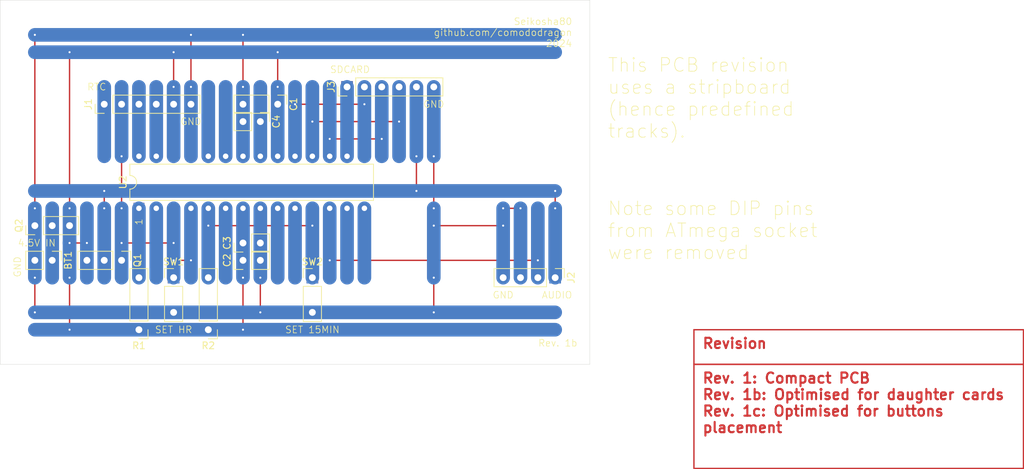
<source format=kicad_pcb>
(kicad_pcb (version 20240108) (generator "pcbnew") (generator_version "8.0")
  (title_block (title "Seikosha80 Westminster Chimer") (rev "1b") (comment 1 "/kicadproj/output.pdf for discrete schematic") (comment 2 "https://github.com/comododragon/seikosha80/blob/main/schematics_layouts/rev1") (comment 3 "See"))
  (layers (0 "F.Cu" signal) (31 "B.Cu" signal) (34 "B.Paste" user) (35 "F.Paste" user) (36 "B.SilkS" user "B.Silkscreen") (37 "F.SilkS" user "F.Silkscreen") (38 "B.Mask" user) (39 "F.Mask" user) (44 "Edge.Cuts" user))
  (net 0 "")
  (net 1 "GND")
  (net 2 "/+BATT")
  (net 3 "Net-(U2-Pin_21)")
  (net 4 "VCC")
  (net 5 "/SDA")
  (net 6 "/SCL")
  (net 7 "/SLEEP")
  (net 8 "/VIN")
  (net 9 "/MOSI")
  (net 10 "/MISO")
  (net 11 "/SCK")
  (net 12 "/CS")
  (net 13 "Net-(U2-Pin_1)")
  (net 14 "unconnected-(U2-Pin_9-Pad9)")
  (net 15 "unconnected-(U2-Pin_24-Pad24)")
  (net 16 "unconnected-(U2-Pin_2-Pad2)")
  (net 17 "unconnected-(U2-Pin_13-Pad13)")
  (net 18 "unconnected-(U2-Pin_10-Pad10)")
  (net 19 "unconnected-(U2-Pin_23-Pad23)")
  (net 20 "unconnected-(U2-Pin_14-Pad14)")
  (net 21 "unconnected-(U2-Pin_6-Pad6)")
  (net 22 "Net-(BT1-Pin_1)")
  (net 23 "unconnected-(J1-Pin_1-Pad1)")
  (net 24 "Net-(U2-Pin_5)")
  (footprint "Connector_PinHeader_2.54mm:PinHeader_1x03_P2.54mm_Vertical" (layer "F.Cu") (at 147.32 91.44 -90)
    (property "Reference" "C1" (at 0 -2.33 90) (layer "F.SilkS"))
    (property "Value" "100n")
    (fp_line (start -1.33 6.41) (end 1.33 6.41) (stroke (width 0.12)) (layer "F.SilkS"))
    (fp_line (start -1.33 1.27) (end -1.33 6.41) (stroke (width 0.12)) (layer "F.SilkS"))
    (fp_line (start -1.33 1.27) (end 1.33 1.27) (stroke (width 0.12)) (layer "F.SilkS"))
    (fp_line (start 1.33 1.27) (end 1.33 6.41) (stroke (width 0.12)) (layer "F.SilkS"))
    (fp_line (start -1.33 0) (end -1.33 -1.33) (stroke (width 0.12)) (layer "F.SilkS"))
    (fp_line (start -1.33 -1.33) (end 0 -1.33) (stroke (width 0.12)) (layer "F.SilkS"))
    (pad "1" thru_hole rect (at 0 0 270) (size 1.7 1.7) (drill 1) (layers "*.Cu" "*.Mask") (net 2 "/+BATT"))
    (pad "3" thru_hole oval (at 0 5.08 270) (size 1.7 1.7) (drill 1) (layers "*.Cu" "*.Mask") (net 1 "GND"))
  )
  (footprint "Connector_PinHeader_2.54mm:PinHeader_1x02_P2.54mm_Vertical" (layer "F.Cu") (at 114.3 114.3 -90)
    (property "Reference" "BT1" (at 0 -2.33 90) (layer "F.SilkS"))
    (property "Value" "Battery_header")
    (fp_line (start -1.33 3.87) (end 1.33 3.87) (stroke (width 0.12)) (layer "F.SilkS"))
    (fp_line (start -1.33 1.27) (end -1.33 3.87) (stroke (width 0.12)) (layer "F.SilkS"))
    (fp_line (start -1.33 1.27) (end 1.33 1.27) (stroke (width 0.12)) (layer "F.SilkS"))
    (fp_line (start 1.33 1.27) (end 1.33 3.87) (stroke (width 0.12)) (layer "F.SilkS"))
    (fp_line (start -1.33 0) (end -1.33 -1.33) (stroke (width 0.12)) (layer "F.SilkS"))
    (fp_line (start -1.33 -1.33) (end 0 -1.33) (stroke (width 0.12)) (layer "F.SilkS"))
    (pad "1" thru_hole rect (at 0 0 270) (size 1.7 1.7) (drill 1) (layers "*.Cu" "*.Mask") (net 22 "Net-(BT1-Pin_1)"))
    (pad "2" thru_hole oval (at 0 2.54 270) (size 1.7 1.7) (drill 1) (layers "*.Cu" "*.Mask") (net 1 "GND"))
  )
  (footprint "Connector_PinHeader_2.54mm:PinHeader_1x04_P2.54mm_Vertical" (layer "F.Cu") (at 137.16 124.46 180)
    (property "Reference" "R2" (at 0 -2.33 180) (layer "F.SilkS"))
    (property "Value" "4K7")
    (fp_line (start 1.33 1.27) (end 1.33 8.95) (stroke (width 0.12)) (layer "F.SilkS"))
    (fp_line (start -1.33 8.95) (end 1.33 8.95) (stroke (width 0.12)) (layer "F.SilkS"))
    (fp_line (start -1.33 1.27) (end 1.33 1.27) (stroke (width 0.12)) (layer "F.SilkS"))
    (fp_line (start -1.33 1.27) (end -1.33 8.95) (stroke (width 0.12)) (layer "F.SilkS"))
    (fp_line (start -1.33 0) (end -1.33 -1.33) (stroke (width 0.12)) (layer "F.SilkS"))
    (fp_line (start -1.33 -1.33) (end 0 -1.33) (stroke (width 0.12)) (layer "F.SilkS"))
    (pad "1" thru_hole rect (at 0 0 180) (size 1.7 1.7) (drill 1) (layers "*.Cu" "*.Mask") (net 2 "/+BATT"))
    (pad "4" thru_hole oval (at 0 7.62 180) (size 1.7 1.7) (drill 1) (layers "*.Cu" "*.Mask") (net 24 "Net-(U2-Pin_5)"))
  )
  (footprint "Connector_PinHeader_2.54mm:PinHeader_1x04_P2.54mm_Vertical" (layer "F.Cu") (at 187.96 116.84 -90)
    (property "Reference" "J2" (at 0 -2.33 90) (layer "F.SilkS"))
    (property "Value" "LM386_board")
    (fp_line (start -1.33 8.95) (end 1.33 8.95) (stroke (width 0.12)) (layer "F.SilkS"))
    (fp_line (start -1.33 1.27) (end -1.33 8.95) (stroke (width 0.12)) (layer "F.SilkS"))
    (fp_line (start -1.33 1.27) (end 1.33 1.27) (stroke (width 0.12)) (layer "F.SilkS"))
    (fp_line (start 1.33 1.27) (end 1.33 8.95) (stroke (width 0.12)) (layer "F.SilkS"))
    (fp_line (start -1.33 0) (end -1.33 -1.33) (stroke (width 0.12)) (layer "F.SilkS"))
    (fp_line (start -1.33 -1.33) (end 0 -1.33) (stroke (width 0.12)) (layer "F.SilkS"))
    (pad "1" thru_hole rect (at 0 0 270) (size 1.7 1.7) (drill 1) (layers "*.Cu" "*.Mask") (net 4 "VCC"))
    (pad "2" thru_hole oval (at 0 2.54 270) (size 1.7 1.7) (drill 1) (layers "*.Cu" "*.Mask") (net 8 "/VIN"))
    (pad "3" thru_hole oval (at 0 5.08 270) (size 1.7 1.7) (drill 1) (layers "*.Cu" "*.Mask") (net 1 "GND"))
    (pad "4" thru_hole oval (at 0 7.62 270) (size 1.7 1.7) (drill 1) (layers "*.Cu" "*.Mask") (net 1 "GND"))
  )
  (footprint "Connector_PinHeader_2.54mm:PinHeader_1x03_P2.54mm_Vertical" (layer "F.Cu") (at 152.4 116.84)
    (property "Reference" "SW2" (at 0 -2.33 0) (layer "F.SilkS"))
    (property "Value" "SET 15MIN")
    (fp_line (start -1.33 -1.33) (end 0 -1.33) (stroke (width 0.12)) (layer "F.SilkS"))
    (fp_line (start -1.33 0) (end -1.33 -1.33) (stroke (width 0.12)) (layer "F.SilkS"))
    (fp_line (start -1.33 1.27) (end -1.33 6.41) (stroke (width 0.12)) (layer "F.SilkS"))
    (fp_line (start -1.33 1.27) (end 1.33 1.27) (stroke (width 0.12)) (layer "F.SilkS"))
    (fp_line (start -1.33 6.41) (end 1.33 6.41) (stroke (width 0.12)) (layer "F.SilkS"))
    (fp_line (start 1.33 1.27) (end 1.33 6.41) (stroke (width 0.12)) (layer "F.SilkS"))
    (pad "1" thru_hole rect (at 0 0) (size 1.7 1.7) (drill 1) (layers "*.Cu" "*.Mask") (net 24 "Net-(U2-Pin_5)"))
    (pad "3" thru_hole oval (at 0 5.08) (size 1.7 1.7) (drill 1) (layers "*.Cu" "*.Mask") (net 1 "GND"))
  )
  (footprint "Connector_PinHeader_2.54mm:PinHeader_1x02_P2.54mm_Vertical" (layer "F.Cu") (at 142.24 111.76 90)
    (property "Reference" "C3" (at 0 -2.33 -90) (layer "F.SilkS"))
    (property "Value" "100u")
    (fp_line (start -1.33 -1.33) (end 0 -1.33) (stroke (width 0.12)) (layer "F.SilkS"))
    (fp_line (start -1.33 0) (end -1.33 -1.33) (stroke (width 0.12)) (layer "F.SilkS"))
    (fp_line (start 1.33 1.27) (end 1.33 3.87) (stroke (width 0.12)) (layer "F.SilkS"))
    (fp_line (start -1.33 1.27) (end 1.33 1.27) (stroke (width 0.12)) (layer "F.SilkS"))
    (fp_line (start -1.33 1.27) (end -1.33 3.87) (stroke (width 0.12)) (layer "F.SilkS"))
    (fp_line (start -1.33 3.87) (end 1.33 3.87) (stroke (width 0.12)) (layer "F.SilkS"))
    (pad "1" thru_hole rect (at 0 0 90) (size 1.7 1.7) (drill 1) (layers "*.Cu" "*.Mask") (net 2 "/+BATT"))
    (pad "2" thru_hole oval (at 0 2.54 90) (size 1.7 1.7) (drill 1) (layers "*.Cu" "*.Mask") (net 1 "GND"))
  )
  (footprint "Connector_PinHeader_2.54mm:PinHeader_1x03_P2.54mm_Vertical" (layer "F.Cu") (at 111.76 109.22 90)
    (property "Reference" "Q2" (at 0 -2.33 -90) (layer "F.SilkS"))
    (property "Value" "Si2323DS_on_TO220")
    (fp_line (start -1.33 -1.33) (end 0 -1.33) (stroke (width 0.12)) (layer "F.SilkS"))
    (fp_line (start -1.33 0) (end -1.33 -1.33) (stroke (width 0.12)) (layer "F.SilkS"))
    (fp_line (start 1.33 1.27) (end 1.33 6.41) (stroke (width 0.12)) (layer "F.SilkS"))
    (fp_line (start -1.33 1.27) (end 1.33 1.27) (stroke (width 0.12)) (layer "F.SilkS"))
    (fp_line (start -1.33 1.27) (end -1.33 6.41) (stroke (width 0.12)) (layer "F.SilkS"))
    (fp_line (start -1.33 6.41) (end 1.33 6.41) (stroke (width 0.12)) (layer "F.SilkS"))
    (pad "1" thru_hole rect (at 0 0 90) (size 1.7 1.7) (drill 1) (layers "*.Cu" "*.Mask") (net 1 "GND"))
    (pad "2" thru_hole oval (at 0 5.08 90) (size 1.7 1.7) (drill 1) (layers "*.Cu" "*.Mask") (net 2 "/+BATT"))
    (pad "3" thru_hole oval (at 0 2.54 90) (size 1.7 1.7) (drill 1) (layers "*.Cu" "*.Mask") (net 22 "Net-(BT1-Pin_1)"))
  )
  (footprint "Connector_PinHeader_2.54mm:PinHeader_1x03_P2.54mm_Vertical" (layer "F.Cu") (at 132.08 116.84)
    (property "Reference" "SW1" (at 0 -2.33 0) (layer "F.SilkS"))
    (property "Value" "WAKE Switch")
    (fp_line (start -1.33 -1.33) (end 0 -1.33) (stroke (width 0.12)) (layer "F.SilkS"))
    (fp_line (start -1.33 0) (end -1.33 -1.33) (stroke (width 0.12)) (layer "F.SilkS"))
    (fp_line (start -1.33 1.27) (end -1.33 6.41) (stroke (width 0.12)) (layer "F.SilkS"))
    (fp_line (start -1.33 1.27) (end 1.33 1.27) (stroke (width 0.12)) (layer "F.SilkS"))
    (fp_line (start -1.33 6.41) (end 1.33 6.41) (stroke (width 0.12)) (layer "F.SilkS"))
    (fp_line (start 1.33 1.27) (end 1.33 6.41) (stroke (width 0.12)) (layer "F.SilkS"))
    (pad "1" thru_hole rect (at 0 0) (size 1.7 1.7) (drill 1) (layers "*.Cu" "*.Mask") (net 7 "/SLEEP"))
    (pad "3" thru_hole oval (at 0 5.08) (size 1.7 1.7) (drill 1) (layers "*.Cu" "*.Mask") (net 1 "GND"))
  )
  (footprint "Package_DIP:DIP-28_W7.62mm" (layer "F.Cu") (at 127 106.68 90)
    (property "Reference" "U2" (at 3.81 -2.33 -90) (layer "F.SilkS"))
    (property "Value" "ATmega328P-PU")
    (fp_line (start 6.46 -1.33) (end 4.81 -1.33) (stroke (width 0.12)) (layer "F.SilkS"))
    (fp_line (start 2.81 -1.33) (end 1.16 -1.33) (stroke (width 0.12)) (layer "F.SilkS"))
    (fp_line (start 1.16 -1.33) (end 1.16 34.35) (stroke (width 0.12)) (layer "F.SilkS"))
    (fp_line (start 6.46 34.35) (end 6.46 -1.33) (stroke (width 0.12)) (layer "F.SilkS"))
    (fp_line (start 1.16 34.35) (end 6.46 34.35) (stroke (width 0.12)) (layer "F.SilkS"))
    (fp_arc (start 4.81 -1.33) (mid 3.81 -0.33) (end 2.81 -1.33) (stroke (width 0.12)) (layer "F.SilkS"))
    (pad "1" thru_hole rect (at 0 0 90) (size 1.6 1.6) (drill 0.8) (layers "*.Cu" "*.Mask") (net 13 "Net-(U2-Pin_1)"))
    (pad "2" thru_hole oval (at 0 2.54 90) (size 1.6 1.6) (drill 0.8) (layers "*.Cu" "*.Mask") (net 16 "unconnected-(U2-Pin_2-Pad2)"))
    (pad "4" thru_hole oval (at 0 7.62 90) (size 1.6 1.6) (drill 0.8) (layers "*.Cu" "*.Mask") (net 7 "/SLEEP"))
    (pad "5" thru_hole oval (at 0 10.16 90) (size 1.6 1.6) (drill 0.8) (layers "*.Cu" "*.Mask") (net 24 "Net-(U2-Pin_5)"))
    (pad "6" thru_hole oval (at 0 12.7 90) (size 1.6 1.6) (drill 0.8) (layers "*.Cu" "*.Mask") (net 21 "unconnected-(U2-Pin_6-Pad6)"))
    (pad "7" thru_hole oval (at 0 15.24 90) (size 1.6 1.6) (drill 0.8) (layers "*.Cu" "*.Mask") (net 2 "/+BATT"))
    (pad "8" thru_hole oval (at 0 17.78 90) (size 1.6 1.6) (drill 0.8) (layers "*.Cu" "*.Mask") (net 1 "GND"))
    (pad "9" thru_hole oval (at 0 20.32 90) (size 1.6 1.6) (drill 0.8) (layers "*.Cu" "*.Mask") (net 14 "unconnected-(U2-Pin_9-Pad9)"))
    (pad "10" thru_hole oval (at 0 22.86 90) (size 1.6 1.6) (drill 0.8) (layers "*.Cu" "*.Mask") (net 18 "unconnected-(U2-Pin_10-Pad10)"))
    (pad "12" thru_hole oval (at 0 27.94 90) (size 1.6 1.6) (drill 0.8) (layers "*.Cu" "*.Mask") (net 8 "/VIN"))
    (pad "13" thru_hole oval (at 0 30.48 90) (size 1.6 1.6) (drill 0.8) (layers "*.Cu" "*.Mask") (net 17 "unconnected-(U2-Pin_13-Pad13)"))
    (pad "14" thru_hole oval (at 0 33.02 90) (size 1.6 1.6) (drill 0.8) (layers "*.Cu" "*.Mask") (net 20 "unconnected-(U2-Pin_14-Pad14)"))
    (pad "16" thru_hole oval (at 7.62 30.48 90) (size 1.6 1.6) (drill 0.8) (layers "*.Cu" "*.Mask") (net 12 "/CS"))
    (pad "17" thru_hole oval (at 7.62 27.94 90) (size 1.6 1.6) (drill 0.8) (layers "*.Cu" "*.Mask") (net 9 "/MOSI"))
    (pad "18" thru_hole oval (at 7.62 25.4 90) (size 1.6 1.6) (drill 0.8) (layers "*.Cu" "*.Mask") (net 10 "/MISO"))
    (pad "19" thru_hole oval (at 7.62 22.86 90) (size 1.6 1.6) (drill 0.8) (layers "*.Cu" "*.Mask") (net 11 "/SCK"))
    (pad "20" thru_hole oval (at 7.62 20.32 90) (size 1.6 1.6) (drill 0.8) (layers "*.Cu" "*.Mask") (net 2 "/+BATT"))
    (pad "21" thru_hole oval (at 7.62 17.78 90) (size 1.6 1.6) (drill 0.8) (layers "*.Cu" "*.Mask") (net 3 "Net-(U2-Pin_21)"))
    (pad "22" thru_hole oval (at 7.62 15.24 90) (size 1.6 1.6) (drill 0.8) (layers "*.Cu" "*.Mask") (net 1 "GND"))
    (pad "23" thru_hole oval (at 7.62 12.7 90) (size 1.6 1.6) (drill 0.8) (layers "*.Cu" "*.Mask") (net 19 "unconnected-(U2-Pin_23-Pad23)"))
    (pad "24" thru_hole oval (at 7.62 10.16 90) (size 1.6 1.6) (drill 0.8) (layers "*.Cu" "*.Mask") (net 15 "unconnected-(U2-Pin_24-Pad24)"))
    (pad "27" thru_hole oval (at 7.62 2.54 90) (size 1.6 1.6) (drill 0.8) (layers "*.Cu" "*.Mask") (net 5 "/SDA"))
    (pad "28" thru_hole oval (at 7.62 0 90) (size 1.6 1.6) (drill 0.8) (layers "*.Cu" "*.Mask") (net 6 "/SCL"))
  )
  (footprint "Connector_PinHeader_2.54mm:PinHeader_1x04_P2.54mm_Vertical" (layer "F.Cu") (at 127 124.46 180)
    (property "Reference" "R1" (at 0 -2.33 180) (layer "F.SilkS"))
    (property "Value" "1K")
    (fp_line (start 1.33 1.27) (end 1.33 8.95) (stroke (width 0.12)) (layer "F.SilkS"))
    (fp_line (start -1.33 8.95) (end 1.33 8.95) (stroke (width 0.12)) (layer "F.SilkS"))
    (fp_line (start -1.33 1.27) (end 1.33 1.27) (stroke (width 0.12)) (layer "F.SilkS"))
    (fp_line (start -1.33 1.27) (end -1.33 8.95) (stroke (width 0.12)) (layer "F.SilkS"))
    (fp_line (start -1.33 0) (end -1.33 -1.33) (stroke (width 0.12)) (layer "F.SilkS"))
    (fp_line (start -1.33 -1.33) (end 0 -1.33) (stroke (width 0.12)) (layer "F.SilkS"))
    (pad "1" thru_hole rect (at 0 0 180) (size 1.7 1.7) (drill 1) (layers "*.Cu" "*.Mask") (net 2 "/+BATT"))
    (pad "4" thru_hole oval (at 0 7.62 180) (size 1.7 1.7) (drill 1) (layers "*.Cu" "*.Mask") (net 13 "Net-(U2-Pin_1)"))
  )
  (footprint "Connector_PinHeader_2.54mm:PinHeader_1x02_P2.54mm_Vertical" (layer "F.Cu") (at 142.24 114.3 90)
    (property "Reference" "C2" (at 0 -2.33 90) (layer "F.SilkS"))
    (property "Value" "100n")
    (fp_line (start -1.33 -1.33) (end 0 -1.33) (stroke (width 0.12)) (layer "F.SilkS"))
    (fp_line (start -1.33 0) (end -1.33 -1.33) (stroke (width 0.12)) (layer "F.SilkS"))
    (fp_line (start 1.33 1.27) (end 1.33 3.87) (stroke (width 0.12)) (layer "F.SilkS"))
    (fp_line (start -1.33 1.27) (end 1.33 1.27) (stroke (width 0.12)) (layer "F.SilkS"))
    (fp_line (start -1.33 1.27) (end -1.33 3.87) (stroke (width 0.12)) (layer "F.SilkS"))
    (fp_line (start -1.33 3.87) (end 1.33 3.87) (stroke (width 0.12)) (layer "F.SilkS"))
    (pad "1" thru_hole rect (at 0 0 90) (size 1.7 1.7) (drill 1) (layers "*.Cu" "*.Mask") (net 2 "/+BATT"))
    (pad "2" thru_hole oval (at 0 2.54 90) (size 1.7 1.7) (drill 1) (layers "*.Cu" "*.Mask") (net 1 "GND"))
  )
  (footprint "Connector_PinHeader_2.54mm:PinHeader_1x03_P2.54mm_Vertical" (layer "F.Cu") (at 124.46 114.3 -90)
    (property "Reference" "Q1" (at 0 -2.33 90) (layer "F.SilkS"))
    (property "Value" "Si2323DS_on_TO220")
    (fp_line (start -1.33 6.41) (end 1.33 6.41) (stroke (width 0.12)) (layer "F.SilkS"))
    (fp_line (start -1.33 1.27) (end -1.33 6.41) (stroke (width 0.12)) (layer "F.SilkS"))
    (fp_line (start -1.33 1.27) (end 1.33 1.27) (stroke (width 0.12)) (layer "F.SilkS"))
    (fp_line (start 1.33 1.27) (end 1.33 6.41) (stroke (width 0.12)) (layer "F.SilkS"))
    (fp_line (start -1.33 0) (end -1.33 -1.33) (stroke (width 0.12)) (layer "F.SilkS"))
    (fp_line (start -1.33 -1.33) (end 0 -1.33) (stroke (width 0.12)) (layer "F.SilkS"))
    (pad "1" thru_hole rect (at 0 0 270) (size 1.7 1.7) (drill 1) (layers "*.Cu" "*.Mask") (net 7 "/SLEEP"))
    (pad "2" thru_hole oval (at 0 5.08 270) (size 1.7 1.7) (drill 1) (layers "*.Cu" "*.Mask") (net 2 "/+BATT"))
    (pad "3" thru_hole oval (at 0 2.54 270) (size 1.7 1.7) (drill 1) (layers "*.Cu" "*.Mask") (net 4 "VCC"))
  )
  (footprint "Connector_PinHeader_2.54mm:PinHeader_1x06_P2.54mm_Vertical" (layer "F.Cu") (at 157.48 88.9 90)
    (property "Reference" "J3" (at 0 -2.33 -90) (layer "F.SilkS"))
    (property "Value" "microSD_board")
    (fp_line (start -1.33 -1.33) (end 0 -1.33) (stroke (width 0.12)) (layer "F.SilkS"))
    (fp_line (start -1.33 0) (end -1.33 -1.33) (stroke (width 0.12)) (layer "F.SilkS"))
    (fp_line (start 1.33 1.27) (end 1.33 14.03) (stroke (width 0.12)) (layer "F.SilkS"))
    (fp_line (start -1.33 1.27) (end 1.33 1.27) (stroke (width 0.12)) (layer "F.SilkS"))
    (fp_line (start -1.33 1.27) (end -1.33 14.03) (stroke (width 0.12)) (layer "F.SilkS"))
    (fp_line (start -1.33 14.03) (end 1.33 14.03) (stroke (width 0.12)) (layer "F.SilkS"))
    (pad "1" thru_hole rect (at 0 0 90) (size 1.7 1.7) (drill 1) (layers "*.Cu" "*.Mask") (net 12 "/CS"))
    (pad "2" thru_hole oval (at 0 2.54 90) (size 1.7 1.7) (drill 1) (layers "*.Cu" "*.Mask") (net 11 "/SCK"))
    (pad "3" thru_hole oval (at 0 5.08 90) (size 1.7 1.7) (drill 1) (layers "*.Cu" "*.Mask") (net 9 "/MOSI"))
    (pad "4" thru_hole oval (at 0 7.62 90) (size 1.7 1.7) (drill 1) (layers "*.Cu" "*.Mask") (net 10 "/MISO"))
    (pad "5" thru_hole oval (at 0 10.16 90) (size 1.7 1.7) (drill 1) (layers "*.Cu" "*.Mask") (net 4 "VCC"))
    (pad "6" thru_hole oval (at 0 12.7 90) (size 1.7 1.7) (drill 1) (layers "*.Cu" "*.Mask") (net 1 "GND"))
  )
  (footprint "Connector_PinHeader_2.54mm:PinHeader_1x06_P2.54mm_Vertical" (layer "F.Cu") (at 121.92 91.44 90)
    (property "Reference" "J1" (at 0 -2.33 -90) (layer "F.SilkS"))
    (property "Value" "DS3231_board")
    (fp_line (start -1.33 -1.33) (end 0 -1.33) (stroke (width 0.12)) (layer "F.SilkS"))
    (fp_line (start -1.33 0) (end -1.33 -1.33) (stroke (width 0.12)) (layer "F.SilkS"))
    (fp_line (start 1.33 1.27) (end 1.33 14.03) (stroke (width 0.12)) (layer "F.SilkS"))
    (fp_line (start -1.33 1.27) (end 1.33 1.27) (stroke (width 0.12)) (layer "F.SilkS"))
    (fp_line (start -1.33 1.27) (end -1.33 14.03) (stroke (width 0.12)) (layer "F.SilkS"))
    (fp_line (start -1.33 14.03) (end 1.33 14.03) (stroke (width 0.12)) (layer "F.SilkS"))
    (pad "1" thru_hole rect (at 0 0 90) (size 1.7 1.7) (drill 1) (layers "*.Cu" "*.Mask") (net 23 "unconnected-(J1-Pin_1-Pad1)"))
    (pad "2" thru_hole oval (at 0 2.54 90) (size 1.7 1.7) (drill 1) (layers "*.Cu" "*.Mask") (net 7 "/SLEEP"))
    (pad "3" thru_hole oval (at 0 5.08 90) (size 1.7 1.7) (drill 1) (layers "*.Cu" "*.Mask") (net 6 "/SCL"))
    (pad "4" thru_hole oval (at 0 7.62 90) (size 1.7 1.7) (drill 1) (layers "*.Cu" "*.Mask") (net 5 "/SDA"))
    (pad "5" thru_hole oval (at 0 10.16 90) (size 1.7 1.7) (drill 1) (layers "*.Cu" "*.Mask") (net 2 "/+BATT"))
    (pad "6" thru_hole oval (at 0 12.7 90) (size 1.7 1.7) (drill 1) (layers "*.Cu" "*.Mask") (net 1 "GND"))
  )
  (footprint "Connector_PinHeader_2.54mm:PinHeader_1x02_P2.54mm_Vertical" (layer "F.Cu") (at 144.78 93.98 -90)
    (property "Reference" "C4" (at 0 -2.33 90) (layer "F.SilkS"))
    (property "Value" "100n")
    (fp_line (start -1.33 3.87) (end 1.33 3.87) (stroke (width 0.12)) (layer "F.SilkS"))
    (fp_line (start -1.33 1.27) (end -1.33 3.87) (stroke (width 0.12)) (layer "F.SilkS"))
    (fp_line (start -1.33 1.27) (end 1.33 1.27) (stroke (width 0.12)) (layer "F.SilkS"))
    (fp_line (start 1.33 1.27) (end 1.33 3.87) (stroke (width 0.12)) (layer "F.SilkS"))
    (fp_line (start -1.33 0) (end -1.33 -1.33) (stroke (width 0.12)) (layer "F.SilkS"))
    (fp_line (start -1.33 -1.33) (end 0 -1.33) (stroke (width 0.12)) (layer "F.SilkS"))
    (pad "1" thru_hole rect (at 0 0 270) (size 1.7 1.7) (drill 1) (layers "*.Cu" "*.Mask") (net 3 "Net-(U2-Pin_21)"))
    (pad "2" thru_hole oval (at 0 2.54 270) (size 1.7 1.7) (drill 1) (layers "*.Cu" "*.Mask") (net 1 "GND"))
  )
  (gr_line (start 167.64 104.14) (end 167.64 99.06) (stroke (width 0.2)) (layer "F.Cu") (net 4))
  (gr_line (start 137.16 109.22) (end 152.4 109.22) (stroke (width 0.2)) (layer "F.Cu") (net 24))
  (gr_rect (start 106.68 76.2) (end 193.04 129.54) (stroke (width 0.05)) (fill none) (layer "Edge.Cuts"))
  (gr_text "SET 15MIN" (at 152.4 124.46 0) (layer "F.SilkS") (effects (font (size 1 1) (thickness 0.1))))
  (gr_text "4.5V IN" (at 109.22 111.76 0) (layer "F.SilkS") (effects (font (size 1 1) (thickness 0.1)) (justify left)))
  (gr_text "This PCB revision\nuses a stripboard\n(hence predefined\ntracks)." (at 195.58 96.52 0) (layer "F.SilkS") (effects (font (size 2 2) (thickness 0.1)) (justify left bottom)))
  (gr_text "Rev. 1b" (at 185.42 127 0) (layer "F.SilkS") (effects (font (size 1 1) (thickness 0.1)) (justify left bottom)))
  (gr_text "Note some DIP pins\nfrom ATmega socket\nwere removed" (at 195.58 114.3 0) (layer "F.SilkS") (effects (font (size 2 2) (thickness 0.1)) (justify left bottom)))
  (gr_text "GND" (at 170.18 91.44 0) (layer "F.SilkS") (effects (font (size 1 1) (thickness 0.1))))
  (gr_text "GND" (at 134.62 93.98 0) (layer "F.SilkS") (effects (font (size 1 1) (thickness 0.1))))
  (gr_text "RTC" (at 119.38 88.9 0) (layer "F.SilkS") (effects (font (size 1 1) (thickness 0.1)) (justify left)))
  (gr_text "SDCARD" (at 154.94 86.36 0) (layer "F.SilkS") (effects (font (size 1 1) (thickness 0.1)) (justify left)))
  (gr_text "GND" (at 109.22 116.84 90) (layer "F.SilkS") (effects (font (size 1 1) (thickness 0.1)) (justify left)))
  (gr_text "AUDIO" (at 190.5 119.38 0) (layer "F.SilkS") (effects (font (size 1 1) (thickness 0.1)) (justify right)))
  (gr_text "GND" (at 180.34 119.38 0) (layer "F.SilkS") (effects (font (size 1 1) (thickness 0.1))))
  (gr_text "Seikosha80\ngithub.com/comododragon\n2024" (at 190.5 78.74 0) (layer "F.SilkS") (effects (font (size 1 1) (thickness 0.1)) (justify right top)))
  (gr_text "SET HR" (at 132.08 124.46 0) (layer "F.SilkS") (effects (font (size 1 1) (thickness 0.1))))
  (gr_text "1" (at 127 109.22 90) (layer "F.SilkS") (effects (font (size 1 1) (thickness 0.1)) (justify left)))
  (gr_text_box "Rev. 1: Compact PCB\nRev. 1b: Optimised for daughter cards\nRev. 1c: Optimised for buttons placement" (start 208.28 129.54) (end 256.54 144.78) (layer "F.Cu") (effects (font (size 1.5 1.5) (thickness 0.3) (bold yes)) (justify left top)) (border yes) (stroke (width 0.2)))
  (gr_text_box "Revision" (start 208.28 124.46) (end 256.54 129.54) (layer "F.Cu") (effects (font (size 1.5 1.5) (thickness 0.3) (bold yes)) (justify left top)) (border yes) (stroke (width 0.2)))
  (segment (start 111.76 121.92) (end 111.76 116.84) (width 0.2) (layer "F.Cu") (net 1))
  (segment (start 170.18 121.92) (end 170.18 116.84) (width 0.2) (layer "F.Cu") (net 1))
  (segment (start 134.62 81.28) (end 134.62 88.9) (width 0.2) (layer "F.Cu") (net 1))
  (segment (start 142.24 81.28) (end 142.24 88.9) (width 0.2) (layer "F.Cu") (net 1))
  (segment (start 170.18 109.22) (end 180.34 109.22) (width 0.2) (layer "F.Cu") (net 1))
  (segment (start 180.34 106.68) (end 182.88 106.68) (width 0.2) (layer "F.Cu") (net 1))
  (segment (start 170.18 106.68) (end 170.18 99.06) (width 0.2) (layer "F.Cu") (net 1))
  (segment (start 144.78 116.84) (end 144.78 121.92) (width 0.2) (layer "F.Cu") (net 1))
  (segment (start 111.76 106.68) (end 111.76 81.28) (width 0.2) (layer "F.Cu") (net 1))
  (via (at 142.24 81.28) (size 0.6) (drill 0.3) (layers "F.Cu" "B.Cu") (net 1))
  (via (at 180.34 109.22) (size 0.6) (drill 0.3) (layers "F.Cu" "B.Cu") (net 1))
  (via (at 111.76 106.68) (size 0.6) (drill 0.3) (layers "F.Cu" "B.Cu") (net 1))
  (via (at 182.88 106.68) (size 0.6) (drill 0.3) (layers "F.Cu" "B.Cu") (net 1))
  (via (at 180.34 106.68) (size 0.6) (drill 0.3) (layers "F.Cu" "B.Cu") (net 1))
  (via (at 111.76 121.92) (size 0.6) (drill 0.3) (layers "F.Cu" "B.Cu") (net 1))
  (via (at 144.78 121.92) (size 0.6) (drill 0.3) (layers "F.Cu" "B.Cu") (net 1))
  (via (at 170.18 109.22) (size 0.6) (drill 0.3) (layers "F.Cu" "B.Cu") (net 1))
  (via (at 134.62 88.9) (size 0.6) (drill 0.3) (layers "F.Cu" "B.Cu") (net 1))
  (via (at 142.24 88.9) (size 0.6) (drill 0.3) (layers "F.Cu" "B.Cu") (net 1))
  (via (at 170.18 116.84) (size 0.6) (drill 0.3) (layers "F.Cu" "B.Cu") (net 1))
  (via (at 170.18 99.06) (size 0.6) (drill 0.3) (layers "F.Cu" "B.Cu") (net 1))
  (via (at 111.76 81.28) (size 0.6) (drill 0.3) (layers "F.Cu" "B.Cu") (net 1))
  (via (at 134.62 81.28) (size 0.6) (drill 0.3) (layers "F.Cu" "B.Cu") (net 1))
  (via (at 170.18 106.68) (size 0.6) (drill 0.3) (layers "F.Cu" "B.Cu") (net 1))
  (via (at 170.18 121.92) (size 0.6) (drill 0.3) (layers "F.Cu" "B.Cu") (net 1))
  (via (at 111.76 116.84) (size 0.6) (drill 0.3) (layers "F.Cu" "B.Cu") (net 1))
  (via (at 144.78 116.84) (size 0.6) (drill 0.3) (layers "F.Cu" "B.Cu") (net 1))
  (segment (start 111.76 121.92) (end 187.96 121.92) (width 2) (layer "B.Cu") (net 1))
  (segment (start 170.18 106.68) (end 170.18 116.84) (width 2) (layer "B.Cu") (net 1))
  (segment (start 142.24 99.06) (end 142.24 88.9) (width 2) (layer "B.Cu") (net 1))
  (segment (start 111.76 81.28) (end 187.96 81.28) (width 2) (layer "B.Cu") (net 1))
  (segment (start 111.76 106.68) (end 111.76 116.84) (width 2) (layer "B.Cu") (net 1))
  (segment (start 144.78 106.68) (end 144.78 116.84) (width 2) (layer "B.Cu") (net 1))
  (segment (start 170.18 88.9) (end 170.18 99.06) (width 2) (layer "B.Cu") (net 1))
  (segment (start 134.62 99.06) (end 134.62 88.9) (width 2) (layer "B.Cu") (net 1))
  (segment (start 180.34 116.84) (end 180.34 106.68) (width 2) (layer "B.Cu") (net 1))
  (segment (start 182.88 116.84) (end 182.88 106.68) (width 2) (layer "B.Cu") (net 1))
  (segment (start 116.84 111.76) (end 119.38 111.76) (width 0.2) (layer "F.Cu") (net 2))
  (segment (start 147.32 83.82) (end 147.32 88.9) (width 0.2) (layer "F.Cu") (net 2))
  (segment (start 116.84 124.46) (end 116.84 116.84) (width 0.2) (layer "F.Cu") (net 2))
  (segment (start 132.08 83.82) (end 132.08 88.9) (width 0.2) (layer "F.Cu") (net 2))
  (segment (start 116.84 106.68) (end 116.84 83.82) (width 0.2) (layer "F.Cu") (net 2))
  (segment (start 142.24 116.84) (end 142.24 124.46) (width 0.2) (layer "F.Cu") (net 2))
  (via (at 147.32 88.9) (size 0.6) (drill 0.3) (layers "F.Cu" "B.Cu") (net 2))
  (via (at 147.32 83.82) (size 0.6) (drill 0.3) (layers "F.Cu" "B.Cu") (net 2))
  (via (at 116.84 116.84) (size 0.6) (drill 0.3) (layers "F.Cu" "B.Cu") (net 2))
  (via (at 119.38 111.76) (size 0.6) (drill 0.3) (layers "F.Cu" "B.Cu") (net 2))
  (via (at 132.08 88.9) (size 0.6) (drill 0.3) (layers "F.Cu" "B.Cu") (net 2))
  (via (at 116.84 106.68) (size 0.6) (drill 0.3) (layers "F.Cu" "B.Cu") (net 2))
  (via (at 132.08 83.82) (size 0.6) (drill 0.3) (layers "F.Cu" "B.Cu") (net 2))
  (via (at 142.24 116.84) (size 0.6) (drill 0.3) (layers "F.Cu" "B.Cu") (net 2))
  (via (at 142.24 124.46) (size 0.6) (drill 0.3) (layers "F.Cu" "B.Cu") (net 2))
  (via (at 116.84 111.76) (size 0.6) (drill 0.3) (layers "F.Cu" "B.Cu") (net 2))
  (via (at 116.84 83.82) (size 0.6) (drill 0.3) (layers "F.Cu" "B.Cu") (net 2))
  (via (at 116.84 124.46) (size 0.6) (drill 0.3) (layers "F.Cu" "B.Cu") (net 2))
  (segment (start 132.08 99.06) (end 132.08 88.9) (width 2) (layer "B.Cu") (net 2))
  (segment (start 119.38 116.84) (end 119.38 106.68) (width 2) (layer "B.Cu") (net 2))
  (segment (start 147.32 99.06) (end 147.32 88.9) (width 2) (layer "B.Cu") (net 2))
  (segment (start 116.84 111.76) (end 116.84 106.68) (width 2) (layer "B.Cu") (net 2))
  (segment (start 116.84 116.84) (end 116.84 111.76) (width 2) (layer "B.Cu") (net 2))
  (segment (start 142.24 106.68) (end 142.24 116.84) (width 2) (layer "B.Cu") (net 2))
  (segment (start 111.76 124.46) (end 187.96 124.46) (width 2) (layer "B.Cu") (net 2))
  (segment (start 187.96 83.82) (end 111.76 83.82) (width 2) (layer "B.Cu") (net 2))
  (segment (start 144.78 99.06) (end 144.78 88.9) (width 2) (layer "B.Cu") (net 3))
  (segment (start 187.96 106.68) (end 187.96 104.14) (width 0.2) (layer "F.Cu") (net 4))
  (segment (start 121.92 104.14) (end 121.92 106.68) (width 0.2) (layer "F.Cu") (net 4))
  (via (at 121.92 106.68) (size 0.6) (drill 0.3) (layers "F.Cu" "B.Cu") (net 4))
  (via (at 167.64 99.06) (size 0.6) (drill 0.3) (layers "F.Cu" "B.Cu") (net 4))
  (via (at 187.96 104.14) (size 0.6) (drill 0.3) (layers "F.Cu" "B.Cu") (net 4))
  (via (at 167.64 104.14) (size 0.6) (drill 0.3) (layers "F.Cu" "B.Cu") (net 4))
  (via (at 121.92 104.14) (size 0.6) (drill 0.3) (layers "F.Cu" "B.Cu") (net 4))
  (via (at 187.96 106.68) (size 0.6) (drill 0.3) (layers "F.Cu" "B.Cu") (net 4))
  (segment (start 187.96 116.84) (end 187.96 106.68) (width 2) (layer "B.Cu") (net 4))
  (segment (start 121.92 116.84) (end 121.92 106.68) (width 2) (layer "B.Cu") (net 4))
  (segment (start 167.64 99.06) (end 167.64 88.9) (width 2) (layer "B.Cu") (net 4))
  (segment (start 111.76 104.14) (end 187.96 104.14) (width 2) (layer "B.Cu") (net 4))
  (segment (start 129.54 99.06) (end 129.54 88.9) (width 2) (layer "B.Cu") (net 5))
  (segment (start 127 99.06) (end 127 88.9) (width 2) (layer "B.Cu") (net 6))
  (segment (start 132.08 114.3) (end 134.62 114.3) (width 0.2) (layer "F.Cu") (net 7))
  (segment (start 124.46 111.76) (end 132.08 111.76) (width 0.2) (layer "F.Cu") (net 7))
  (segment (start 124.46 99.06) (end 124.46 106.68) (width 0.2) (layer "F.Cu") (net 7))
  (via (at 124.46 99.06) (size 0.6) (drill 0.3) (layers "F.Cu" "B.Cu") (net 7))
  (via (at 132.08 114.3) (size 0.6) (drill 0.3) (layers "F.Cu" "B.Cu") (net 7))
  (via (at 124.46 106.68) (size 0.6) (drill 0.3) (layers "F.Cu" "B.Cu") (net 7))
  (via (at 134.62 114.3) (size 0.6) (drill 0.3) (layers "F.Cu" "B.Cu") (net 7))
  (via (at 132.08 111.76) (size 0.6) (drill 0.3) (layers "F.Cu" "B.Cu") (net 7))
  (via (at 124.46 111.76) (size 0.6) (drill 0.3) (layers "F.Cu" "B.Cu") (net 7))
  (segment (start 134.62 116.84) (end 134.62 106.68) (width 2) (layer "B.Cu") (net 7))
  (segment (start 124.46 116.84) (end 124.46 106.68) (width 2) (layer "B.Cu") (net 7))
  (segment (start 132.08 116.84) (end 132.08 106.68) (width 2) (layer "B.Cu") (net 7))
  (segment (start 124.46 99.06) (end 124.46 88.9) (width 2) (layer "B.Cu") (net 7))
  (segment (start 185.42 114.3) (end 154.94 114.3) (width 0.2) (layer "F.Cu") (net 8))
  (via (at 154.94 114.3) (size 0.6) (drill 0.3) (layers "F.Cu" "B.Cu") (net 8))
  (via (at 185.42 114.3) (size 0.6) (drill 0.3) (layers "F.Cu" "B.Cu") (net 8))
  (segment (start 154.94 106.68) (end 154.94 116.84) (width 2) (layer "B.Cu") (net 8))
  (segment (start 185.42 116.84) (end 185.42 106.68) (width 2) (layer "B.Cu") (net 8))
  (segment (start 154.94 96.52) (end 162.56 96.52) (width 0.2) (layer "F.Cu") (net 9))
  (via (at 162.56 96.52) (size 0.6) (drill 0.3) (layers "F.Cu" "B.Cu") (net 9))
  (via (at 154.94 96.52) (size 0.6) (drill 0.3) (layers "F.Cu" "B.Cu") (net 9))
  (segment (start 162.56 99.06) (end 162.56 88.9) (width 2) (layer "B.Cu") (net 9))
  (segment (start 154.94 99.06) (end 154.94 88.9) (width 2) (layer "B.Cu") (net 9))
  (segment (start 152.4 93.98) (end 165.1 93.98) (width 0.2) (layer "F.Cu") (net 10))
  (via (at 152.4 93.98) (size 0.6) (drill 0.3) (layers "F.Cu" "B.Cu") (net 10))
  (via (at 165.1 93.98) (size 0.6) (drill 0.3) (layers "F.Cu" "B.Cu") (net 10))
  (segment (start 152.4 99.06) (end 152.4 88.9) (width 2) (layer "B.Cu") (net 10))
  (segment (start 165.1 99.06) (end 165.1 88.9) (width 2) (layer "B.Cu") (net 10))
  (segment (start 149.86 91.44) (end 160.02 91.44) (width 0.2) (layer "F.Cu") (net 11))
  (via (at 160.02 91.44) (size 0.6) (drill 0.3) (layers "F.Cu" "B.Cu") (net 11))
  (via (at 149.86 91.44) (size 0.6) (drill 0.3) (layers "F.Cu" "B.Cu") (net 11))
  (segment (start 149.86 99.06) (end 149.86 88.9) (width 2) (layer "B.Cu") (net 11))
  (segment (start 160.02 99.06) (end 160.02 88.9) (width 2) (layer "B.Cu") (net 11))
  (segment (start 157.48 99.06) (end 157.48 88.9) (width 2) (layer "B.Cu") (net 12))
  (segment (start 127 116.84) (end 127 106.68) (width 2) (layer "B.Cu") (net 13))
  (segment (start 147.32 106.68) (end 147.32 116.84) (width 2) (layer "B.Cu") (net 14))
  (segment (start 137.16 99.06) (end 137.16 88.9) (width 2) (layer "B.Cu") (net 15))
  (segment (start 129.54 106.68) (end 129.54 116.84) (width 2) (layer "B.Cu") (net 16))
  (segment (start 157.48 106.68) (end 157.48 116.84) (width 2) (layer "B.Cu") (net 17))
  (segment (start 149.86 116.84) (end 149.86 106.68) (width 2) (layer "B.Cu") (net 18))
  (segment (start 139.7 99.06) (end 139.7 88.9) (width 2) (layer "B.Cu") (net 19))
  (segment (start 160.02 106.68) (end 160.02 116.84) (width 2) (layer "B.Cu") (net 20))
  (segment (start 139.7 116.84) (end 139.7 106.68) (width 2) (layer "B.Cu") (net 21))
  (segment (start 114.3 106.68) (end 114.3 116.84) (width 2) (layer "B.Cu") (net 22))
  (segment (start 121.92 99.06) (end 121.92 88.9) (width 2) (layer "B.Cu") (net 23))
  (via (at 152.4 109.22) (size 0.6) (drill 0.3) (layers "F.Cu" "B.Cu") (net 24))
  (via (at 137.16 109.22) (size 0.6) (drill 0.3) (layers "F.Cu" "B.Cu") (net 24))
  (segment (start 137.16 116.84) (end 137.16 106.68) (width 2) (layer "B.Cu") (net 24))
  (segment (start 152.4 116.84) (end 152.4 106.68) (width 2) (layer "B.Cu") (net 24))
)
</source>
